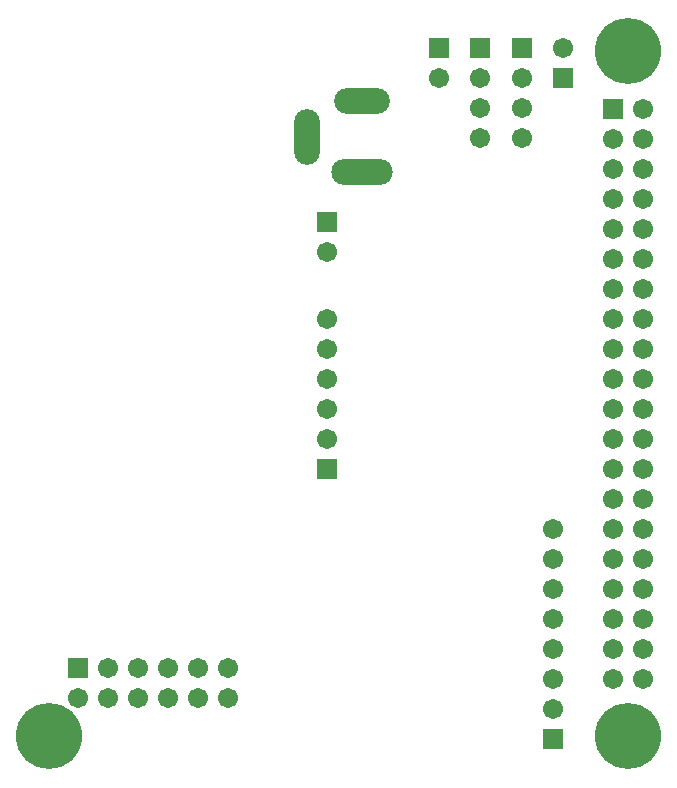
<source format=gbs>
G04 Layer_Color=16711935*
%FSLAX44Y44*%
%MOMM*%
G71*
G01*
G75*
%ADD42C,1.7032*%
%ADD49R,1.7032X1.7032*%
%ADD50C,5.5948*%
%ADD51R,1.7032X1.7032*%
%ADD52O,4.7032X2.2032*%
%ADD53O,2.2032X4.7032*%
%ADD54O,5.2032X2.2032*%
D42*
X1187700Y333700D02*
D03*
X1162300D02*
D03*
X1187700Y359100D02*
D03*
X1162300D02*
D03*
X1187700Y384500D02*
D03*
X1162300D02*
D03*
X1187700Y409900D02*
D03*
X1162300D02*
D03*
X1187700Y435300D02*
D03*
X1162300D02*
D03*
X1187700Y460700D02*
D03*
X1162300D02*
D03*
X1187700Y486100D02*
D03*
X1162300D02*
D03*
X1187700Y511500D02*
D03*
X1162300D02*
D03*
X1187700Y536900D02*
D03*
X1162300D02*
D03*
X1187700Y562300D02*
D03*
X1162300D02*
D03*
X1187700Y587700D02*
D03*
X1162300D02*
D03*
X1187700Y613100D02*
D03*
X1162300D02*
D03*
X1187700Y638500D02*
D03*
X1162300D02*
D03*
X1187700Y663900D02*
D03*
X1162300D02*
D03*
X1187700Y689300D02*
D03*
X1162300D02*
D03*
X1187700Y714700D02*
D03*
X1162300D02*
D03*
X1187700Y740100D02*
D03*
X1162300D02*
D03*
X1187700Y765500D02*
D03*
X1162300D02*
D03*
X1187700Y816300D02*
D03*
X1162300Y790900D02*
D03*
X1187700D02*
D03*
X734400Y317300D02*
D03*
Y342700D02*
D03*
X709000Y317300D02*
D03*
X759800Y342700D02*
D03*
Y317300D02*
D03*
X785200Y342700D02*
D03*
Y317300D02*
D03*
X810600Y342700D02*
D03*
Y317300D02*
D03*
X836000Y342700D02*
D03*
Y317300D02*
D03*
X1050000Y842100D02*
D03*
Y816700D02*
D03*
Y791300D02*
D03*
X1111500Y384500D02*
D03*
Y359100D02*
D03*
Y333700D02*
D03*
Y308300D02*
D03*
Y409900D02*
D03*
Y435300D02*
D03*
Y460700D02*
D03*
X920238Y638500D02*
D03*
Y536900D02*
D03*
Y562300D02*
D03*
Y587700D02*
D03*
Y613100D02*
D03*
X920000Y694600D02*
D03*
X1015000Y842100D02*
D03*
X1085000D02*
D03*
Y816700D02*
D03*
Y791300D02*
D03*
X1120000Y867500D02*
D03*
D49*
X1162300Y816300D02*
D03*
D50*
X1175000Y865000D02*
D03*
X685000Y285000D02*
D03*
X1175000D02*
D03*
D51*
X709000Y342700D02*
D03*
X1050000Y867500D02*
D03*
X1111500Y282900D02*
D03*
X920238Y511500D02*
D03*
X920000Y720000D02*
D03*
X1015000Y867500D02*
D03*
X1085000D02*
D03*
X1120000Y842100D02*
D03*
D52*
X950000Y822500D02*
D03*
D53*
X903000Y792500D02*
D03*
D54*
X950000Y762500D02*
D03*
M02*

</source>
